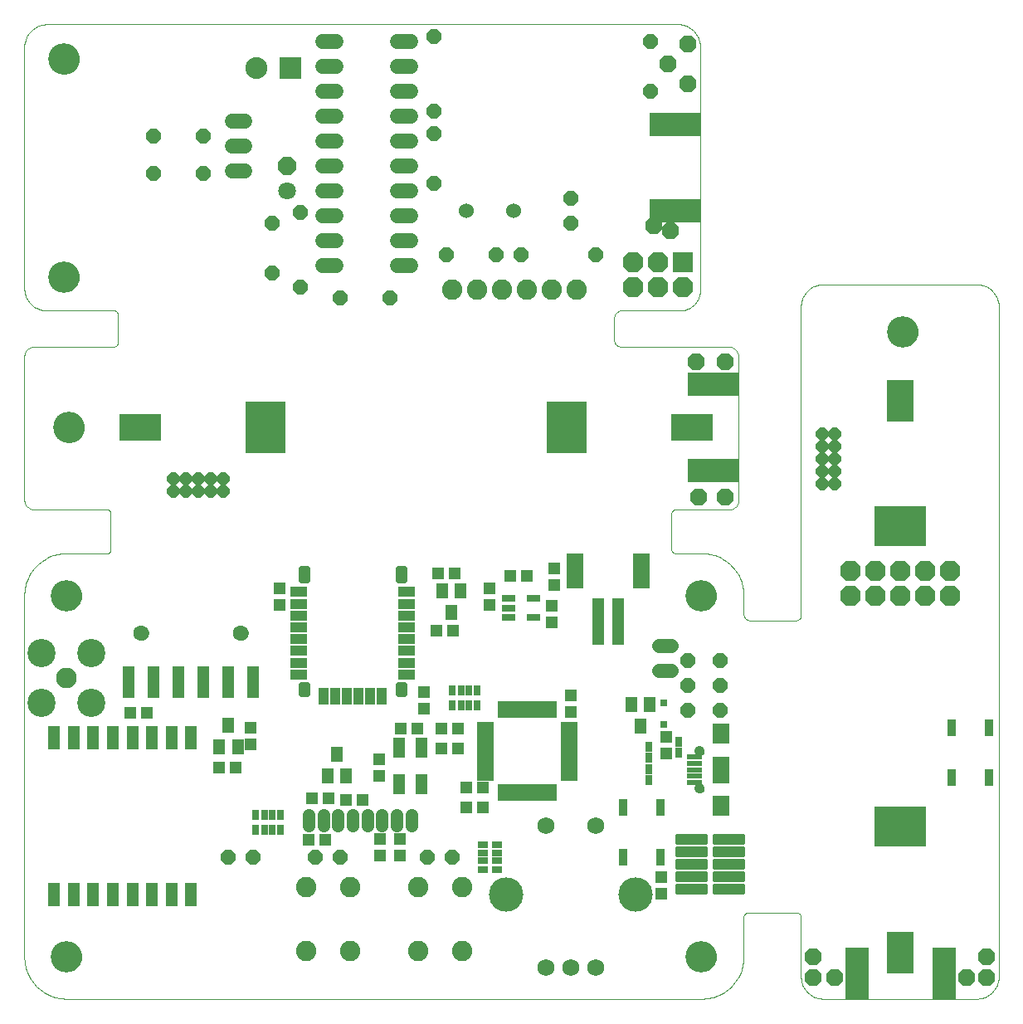
<source format=gbs>
G75*
%MOIN*%
%OFA0B0*%
%FSLAX24Y24*%
%IPPOS*%
%LPD*%
%AMOC8*
5,1,8,0,0,1.08239X$1,22.5*
%
%ADD10C,0.0000*%
%ADD11C,0.1261*%
%ADD12R,0.0500X0.0940*%
%ADD13R,0.0671X0.0198*%
%ADD14R,0.0198X0.0671*%
%ADD15C,0.0680*%
%ADD16C,0.1380*%
%ADD17R,0.0631X0.0237*%
%ADD18C,0.0415*%
%ADD19R,0.0669X0.0787*%
%ADD20R,0.0669X0.1063*%
%ADD21R,0.0474X0.1891*%
%ADD22R,0.0710X0.1419*%
%ADD23C,0.0830*%
%ADD24C,0.1130*%
%ADD25C,0.0516*%
%ADD26C,0.0580*%
%ADD27C,0.0820*%
%ADD28OC8,0.0600*%
%ADD29R,0.0552X0.0297*%
%ADD30R,0.0474X0.0631*%
%ADD31OC8,0.0595*%
%ADD32R,0.0395X0.0671*%
%ADD33R,0.0671X0.0395*%
%ADD34C,0.0242*%
%ADD35C,0.0128*%
%ADD36R,0.0513X0.0474*%
%ADD37R,0.0474X0.0513*%
%ADD38R,0.0474X0.1261*%
%ADD39C,0.0631*%
%ADD40R,0.0380X0.0680*%
%ADD41R,0.0513X0.0828*%
%ADD42R,0.0316X0.0316*%
%ADD43R,0.0316X0.0395*%
%ADD44R,0.0277X0.0395*%
%ADD45R,0.0395X0.0316*%
%ADD46R,0.0395X0.0277*%
%ADD47R,0.0980X0.2080*%
%ADD48OC8,0.0516*%
%ADD49R,0.1104X0.1655*%
%ADD50R,0.2080X0.1639*%
%ADD51OC8,0.0820*%
%ADD52R,0.2080X0.0980*%
%ADD53R,0.1655X0.1104*%
%ADD54R,0.1639X0.2080*%
%ADD55C,0.0600*%
%ADD56R,0.0820X0.0820*%
%ADD57R,0.0880X0.0880*%
%ADD58C,0.0880*%
%ADD59C,0.0600*%
%ADD60OC8,0.0710*%
%ADD61C,0.0710*%
%ADD62OC8,0.0671*%
D10*
X003080Y003851D02*
X028580Y003851D01*
X027989Y005551D02*
X027991Y005599D01*
X027997Y005647D01*
X028007Y005694D01*
X028020Y005740D01*
X028038Y005785D01*
X028058Y005829D01*
X028083Y005871D01*
X028111Y005910D01*
X028141Y005947D01*
X028175Y005981D01*
X028212Y006013D01*
X028250Y006042D01*
X028291Y006067D01*
X028334Y006089D01*
X028379Y006107D01*
X028425Y006121D01*
X028472Y006132D01*
X028520Y006139D01*
X028568Y006142D01*
X028616Y006141D01*
X028664Y006136D01*
X028712Y006127D01*
X028758Y006115D01*
X028803Y006098D01*
X028847Y006078D01*
X028889Y006055D01*
X028929Y006028D01*
X028967Y005998D01*
X029002Y005965D01*
X029034Y005929D01*
X029064Y005891D01*
X029090Y005850D01*
X029112Y005807D01*
X029132Y005763D01*
X029147Y005718D01*
X029159Y005671D01*
X029167Y005623D01*
X029171Y005575D01*
X029171Y005527D01*
X029167Y005479D01*
X029159Y005431D01*
X029147Y005384D01*
X029132Y005339D01*
X029112Y005295D01*
X029090Y005252D01*
X029064Y005211D01*
X029034Y005173D01*
X029002Y005137D01*
X028967Y005104D01*
X028929Y005074D01*
X028889Y005047D01*
X028847Y005024D01*
X028803Y005004D01*
X028758Y004987D01*
X028712Y004975D01*
X028664Y004966D01*
X028616Y004961D01*
X028568Y004960D01*
X028520Y004963D01*
X028472Y004970D01*
X028425Y004981D01*
X028379Y004995D01*
X028334Y005013D01*
X028291Y005035D01*
X028250Y005060D01*
X028212Y005089D01*
X028175Y005121D01*
X028141Y005155D01*
X028111Y005192D01*
X028083Y005231D01*
X028058Y005273D01*
X028038Y005317D01*
X028020Y005362D01*
X028007Y005408D01*
X027997Y005455D01*
X027991Y005503D01*
X027989Y005551D01*
X028580Y003851D02*
X028661Y003853D01*
X028742Y003859D01*
X028822Y003868D01*
X028902Y003882D01*
X028981Y003899D01*
X029059Y003920D01*
X029136Y003944D01*
X029212Y003973D01*
X029286Y004005D01*
X029359Y004040D01*
X029430Y004079D01*
X029499Y004121D01*
X029566Y004166D01*
X029631Y004215D01*
X029693Y004266D01*
X029753Y004321D01*
X029810Y004378D01*
X029865Y004438D01*
X029916Y004500D01*
X029965Y004565D01*
X030010Y004632D01*
X030052Y004701D01*
X030091Y004772D01*
X030126Y004845D01*
X030158Y004919D01*
X030187Y004995D01*
X030211Y005072D01*
X030232Y005150D01*
X030249Y005229D01*
X030263Y005309D01*
X030272Y005389D01*
X030278Y005470D01*
X030280Y005551D01*
X030280Y007151D01*
X030282Y007174D01*
X030287Y007197D01*
X030296Y007219D01*
X030309Y007239D01*
X030324Y007257D01*
X030342Y007272D01*
X030362Y007285D01*
X030384Y007294D01*
X030407Y007299D01*
X030430Y007301D01*
X032430Y007301D01*
X032453Y007299D01*
X032476Y007294D01*
X032498Y007285D01*
X032518Y007272D01*
X032536Y007257D01*
X032551Y007239D01*
X032564Y007219D01*
X032573Y007197D01*
X032578Y007174D01*
X032580Y007151D01*
X032580Y004751D01*
X032582Y004692D01*
X032588Y004634D01*
X032597Y004575D01*
X032611Y004518D01*
X032628Y004462D01*
X032649Y004407D01*
X032673Y004353D01*
X032701Y004301D01*
X032732Y004251D01*
X032766Y004203D01*
X032803Y004158D01*
X032844Y004115D01*
X032887Y004074D01*
X032932Y004037D01*
X032980Y004003D01*
X033030Y003972D01*
X033082Y003944D01*
X033136Y003920D01*
X033191Y003899D01*
X033247Y003882D01*
X033304Y003868D01*
X033363Y003859D01*
X033421Y003853D01*
X033480Y003851D01*
X039630Y003851D01*
X038780Y003851D02*
X034380Y003851D01*
X039630Y003851D02*
X039689Y003853D01*
X039747Y003859D01*
X039806Y003868D01*
X039863Y003882D01*
X039919Y003899D01*
X039974Y003920D01*
X040028Y003944D01*
X040080Y003972D01*
X040130Y004003D01*
X040178Y004037D01*
X040223Y004074D01*
X040266Y004115D01*
X040307Y004158D01*
X040344Y004203D01*
X040378Y004251D01*
X040409Y004301D01*
X040437Y004353D01*
X040461Y004407D01*
X040482Y004462D01*
X040499Y004518D01*
X040513Y004575D01*
X040522Y004634D01*
X040528Y004692D01*
X040530Y004751D01*
X040530Y031651D01*
X040528Y031710D01*
X040522Y031768D01*
X040513Y031827D01*
X040499Y031884D01*
X040482Y031940D01*
X040461Y031995D01*
X040437Y032049D01*
X040409Y032101D01*
X040378Y032151D01*
X040344Y032199D01*
X040307Y032244D01*
X040266Y032287D01*
X040223Y032328D01*
X040178Y032365D01*
X040130Y032399D01*
X040080Y032430D01*
X040028Y032458D01*
X039974Y032482D01*
X039919Y032503D01*
X039863Y032520D01*
X039806Y032534D01*
X039747Y032543D01*
X039689Y032549D01*
X039630Y032551D01*
X033480Y032551D01*
X033421Y032549D01*
X033363Y032543D01*
X033304Y032534D01*
X033247Y032520D01*
X033191Y032503D01*
X033136Y032482D01*
X033082Y032458D01*
X033030Y032430D01*
X032980Y032399D01*
X032932Y032365D01*
X032887Y032328D01*
X032844Y032287D01*
X032803Y032244D01*
X032766Y032199D01*
X032732Y032151D01*
X032701Y032101D01*
X032673Y032049D01*
X032649Y031995D01*
X032628Y031940D01*
X032611Y031884D01*
X032597Y031827D01*
X032588Y031768D01*
X032582Y031710D01*
X032580Y031651D01*
X032580Y019251D01*
X032578Y019225D01*
X032573Y019199D01*
X032565Y019174D01*
X032553Y019151D01*
X032539Y019129D01*
X032521Y019110D01*
X032502Y019092D01*
X032480Y019078D01*
X032457Y019066D01*
X032432Y019058D01*
X032406Y019053D01*
X032380Y019051D01*
X030530Y019051D01*
X030500Y019053D01*
X030470Y019058D01*
X030441Y019067D01*
X030414Y019080D01*
X030388Y019095D01*
X030364Y019114D01*
X030343Y019135D01*
X030324Y019159D01*
X030309Y019185D01*
X030296Y019212D01*
X030287Y019241D01*
X030282Y019271D01*
X030280Y019301D01*
X030280Y020051D01*
X027989Y020051D02*
X027991Y020099D01*
X027997Y020147D01*
X028007Y020194D01*
X028020Y020240D01*
X028038Y020285D01*
X028058Y020329D01*
X028083Y020371D01*
X028111Y020410D01*
X028141Y020447D01*
X028175Y020481D01*
X028212Y020513D01*
X028250Y020542D01*
X028291Y020567D01*
X028334Y020589D01*
X028379Y020607D01*
X028425Y020621D01*
X028472Y020632D01*
X028520Y020639D01*
X028568Y020642D01*
X028616Y020641D01*
X028664Y020636D01*
X028712Y020627D01*
X028758Y020615D01*
X028803Y020598D01*
X028847Y020578D01*
X028889Y020555D01*
X028929Y020528D01*
X028967Y020498D01*
X029002Y020465D01*
X029034Y020429D01*
X029064Y020391D01*
X029090Y020350D01*
X029112Y020307D01*
X029132Y020263D01*
X029147Y020218D01*
X029159Y020171D01*
X029167Y020123D01*
X029171Y020075D01*
X029171Y020027D01*
X029167Y019979D01*
X029159Y019931D01*
X029147Y019884D01*
X029132Y019839D01*
X029112Y019795D01*
X029090Y019752D01*
X029064Y019711D01*
X029034Y019673D01*
X029002Y019637D01*
X028967Y019604D01*
X028929Y019574D01*
X028889Y019547D01*
X028847Y019524D01*
X028803Y019504D01*
X028758Y019487D01*
X028712Y019475D01*
X028664Y019466D01*
X028616Y019461D01*
X028568Y019460D01*
X028520Y019463D01*
X028472Y019470D01*
X028425Y019481D01*
X028379Y019495D01*
X028334Y019513D01*
X028291Y019535D01*
X028250Y019560D01*
X028212Y019589D01*
X028175Y019621D01*
X028141Y019655D01*
X028111Y019692D01*
X028083Y019731D01*
X028058Y019773D01*
X028038Y019817D01*
X028020Y019862D01*
X028007Y019908D01*
X027997Y019955D01*
X027991Y020003D01*
X027989Y020051D01*
X028580Y021751D02*
X028661Y021749D01*
X028742Y021743D01*
X028822Y021734D01*
X028902Y021720D01*
X028981Y021703D01*
X029059Y021682D01*
X029136Y021658D01*
X029212Y021629D01*
X029286Y021597D01*
X029359Y021562D01*
X029430Y021523D01*
X029499Y021481D01*
X029566Y021436D01*
X029631Y021387D01*
X029693Y021336D01*
X029753Y021281D01*
X029810Y021224D01*
X029865Y021164D01*
X029916Y021102D01*
X029965Y021037D01*
X030010Y020970D01*
X030052Y020901D01*
X030091Y020830D01*
X030126Y020757D01*
X030158Y020683D01*
X030187Y020607D01*
X030211Y020530D01*
X030232Y020452D01*
X030249Y020373D01*
X030263Y020293D01*
X030272Y020213D01*
X030278Y020132D01*
X030280Y020051D01*
X028580Y021751D02*
X027530Y021751D01*
X027507Y021753D01*
X027484Y021758D01*
X027462Y021767D01*
X027442Y021780D01*
X027424Y021795D01*
X027409Y021813D01*
X027396Y021833D01*
X027387Y021855D01*
X027382Y021878D01*
X027380Y021901D01*
X027380Y023351D01*
X027382Y023374D01*
X027387Y023397D01*
X027396Y023419D01*
X027409Y023439D01*
X027424Y023457D01*
X027442Y023472D01*
X027462Y023485D01*
X027484Y023494D01*
X027507Y023499D01*
X027530Y023501D01*
X029680Y023501D01*
X029719Y023503D01*
X029758Y023509D01*
X029796Y023518D01*
X029833Y023531D01*
X029869Y023548D01*
X029902Y023568D01*
X029934Y023592D01*
X029963Y023618D01*
X029989Y023647D01*
X030013Y023679D01*
X030033Y023712D01*
X030050Y023748D01*
X030063Y023785D01*
X030072Y023823D01*
X030078Y023862D01*
X030080Y023901D01*
X030080Y029651D01*
X030074Y029692D01*
X030063Y029733D01*
X030049Y029772D01*
X030032Y029810D01*
X030011Y029846D01*
X029986Y029881D01*
X029959Y029912D01*
X029929Y029941D01*
X029896Y029967D01*
X029861Y029990D01*
X029824Y030010D01*
X029786Y030026D01*
X029746Y030039D01*
X029705Y030048D01*
X029664Y030053D01*
X029622Y030054D01*
X029580Y030051D01*
X025330Y030051D01*
X025300Y030053D01*
X025270Y030058D01*
X025241Y030067D01*
X025214Y030080D01*
X025188Y030095D01*
X025164Y030114D01*
X025143Y030135D01*
X025124Y030159D01*
X025109Y030185D01*
X025096Y030212D01*
X025087Y030241D01*
X025082Y030271D01*
X025080Y030301D01*
X025080Y031201D01*
X025082Y031235D01*
X025088Y031268D01*
X025097Y031300D01*
X025110Y031331D01*
X025126Y031361D01*
X025145Y031388D01*
X025168Y031413D01*
X025193Y031436D01*
X025220Y031455D01*
X025250Y031471D01*
X025281Y031484D01*
X025313Y031493D01*
X025346Y031499D01*
X025380Y031501D01*
X027630Y031501D01*
X027686Y031498D01*
X027743Y031499D01*
X027799Y031503D01*
X027855Y031512D01*
X027911Y031524D01*
X027965Y031540D01*
X028018Y031559D01*
X028069Y031582D01*
X028119Y031609D01*
X028167Y031639D01*
X028213Y031672D01*
X028256Y031708D01*
X028297Y031747D01*
X028335Y031789D01*
X028371Y031834D01*
X028403Y031880D01*
X028431Y031929D01*
X028457Y031979D01*
X028479Y032031D01*
X028497Y032085D01*
X028512Y032139D01*
X028523Y032195D01*
X028530Y032251D01*
X028530Y042101D01*
X028528Y042160D01*
X028522Y042218D01*
X028513Y042277D01*
X028499Y042334D01*
X028482Y042390D01*
X028461Y042445D01*
X028437Y042499D01*
X028409Y042551D01*
X028378Y042601D01*
X028344Y042649D01*
X028307Y042694D01*
X028266Y042737D01*
X028223Y042778D01*
X028178Y042815D01*
X028130Y042849D01*
X028080Y042880D01*
X028028Y042908D01*
X027974Y042932D01*
X027919Y042953D01*
X027863Y042970D01*
X027806Y042984D01*
X027747Y042993D01*
X027689Y042999D01*
X027630Y043001D01*
X002280Y043001D01*
X002222Y042997D01*
X002164Y042990D01*
X002107Y042980D01*
X002051Y042965D01*
X001995Y042948D01*
X001941Y042927D01*
X001889Y042902D01*
X001838Y042874D01*
X001788Y042843D01*
X001741Y042809D01*
X001696Y042773D01*
X001654Y042733D01*
X001614Y042691D01*
X001577Y042646D01*
X001542Y042599D01*
X001511Y042550D01*
X001483Y042500D01*
X001458Y042447D01*
X001436Y042393D01*
X001418Y042338D01*
X001403Y042282D01*
X001392Y042225D01*
X001384Y042167D01*
X001381Y042109D01*
X001380Y042051D01*
X001380Y032401D01*
X001382Y032342D01*
X001388Y032284D01*
X001397Y032225D01*
X001411Y032168D01*
X001428Y032112D01*
X001449Y032057D01*
X001473Y032003D01*
X001501Y031951D01*
X001532Y031901D01*
X001566Y031853D01*
X001603Y031808D01*
X001644Y031765D01*
X001687Y031724D01*
X001732Y031687D01*
X001780Y031653D01*
X001830Y031622D01*
X001882Y031594D01*
X001936Y031570D01*
X001991Y031549D01*
X002047Y031532D01*
X002104Y031518D01*
X002163Y031509D01*
X002221Y031503D01*
X002280Y031501D01*
X004980Y031501D01*
X005003Y031499D01*
X005026Y031494D01*
X005048Y031485D01*
X005068Y031472D01*
X005086Y031457D01*
X005101Y031439D01*
X005114Y031419D01*
X005123Y031397D01*
X005128Y031374D01*
X005130Y031351D01*
X005130Y030201D01*
X005128Y030178D01*
X005123Y030155D01*
X005114Y030133D01*
X005101Y030113D01*
X005086Y030095D01*
X005068Y030080D01*
X005048Y030067D01*
X005026Y030058D01*
X005003Y030053D01*
X004980Y030051D01*
X001780Y030051D01*
X001741Y030049D01*
X001702Y030043D01*
X001664Y030034D01*
X001627Y030021D01*
X001591Y030004D01*
X001558Y029984D01*
X001526Y029960D01*
X001497Y029934D01*
X001471Y029905D01*
X001447Y029873D01*
X001427Y029840D01*
X001410Y029804D01*
X001397Y029767D01*
X001388Y029729D01*
X001382Y029690D01*
X001380Y029651D01*
X001380Y023901D01*
X001382Y023862D01*
X001388Y023823D01*
X001397Y023785D01*
X001410Y023748D01*
X001427Y023712D01*
X001447Y023679D01*
X001471Y023647D01*
X001497Y023618D01*
X001526Y023592D01*
X001558Y023568D01*
X001591Y023548D01*
X001627Y023531D01*
X001664Y023518D01*
X001702Y023509D01*
X001741Y023503D01*
X001780Y023501D01*
X004730Y023501D01*
X004747Y023499D01*
X004764Y023495D01*
X004780Y023488D01*
X004794Y023478D01*
X004807Y023465D01*
X004817Y023451D01*
X004824Y023435D01*
X004828Y023418D01*
X004830Y023401D01*
X004830Y021851D01*
X004828Y021834D01*
X004824Y021817D01*
X004817Y021801D01*
X004807Y021787D01*
X004794Y021774D01*
X004780Y021764D01*
X004764Y021757D01*
X004747Y021753D01*
X004730Y021751D01*
X003080Y021751D01*
X002489Y020051D02*
X002491Y020099D01*
X002497Y020147D01*
X002507Y020194D01*
X002520Y020240D01*
X002538Y020285D01*
X002558Y020329D01*
X002583Y020371D01*
X002611Y020410D01*
X002641Y020447D01*
X002675Y020481D01*
X002712Y020513D01*
X002750Y020542D01*
X002791Y020567D01*
X002834Y020589D01*
X002879Y020607D01*
X002925Y020621D01*
X002972Y020632D01*
X003020Y020639D01*
X003068Y020642D01*
X003116Y020641D01*
X003164Y020636D01*
X003212Y020627D01*
X003258Y020615D01*
X003303Y020598D01*
X003347Y020578D01*
X003389Y020555D01*
X003429Y020528D01*
X003467Y020498D01*
X003502Y020465D01*
X003534Y020429D01*
X003564Y020391D01*
X003590Y020350D01*
X003612Y020307D01*
X003632Y020263D01*
X003647Y020218D01*
X003659Y020171D01*
X003667Y020123D01*
X003671Y020075D01*
X003671Y020027D01*
X003667Y019979D01*
X003659Y019931D01*
X003647Y019884D01*
X003632Y019839D01*
X003612Y019795D01*
X003590Y019752D01*
X003564Y019711D01*
X003534Y019673D01*
X003502Y019637D01*
X003467Y019604D01*
X003429Y019574D01*
X003389Y019547D01*
X003347Y019524D01*
X003303Y019504D01*
X003258Y019487D01*
X003212Y019475D01*
X003164Y019466D01*
X003116Y019461D01*
X003068Y019460D01*
X003020Y019463D01*
X002972Y019470D01*
X002925Y019481D01*
X002879Y019495D01*
X002834Y019513D01*
X002791Y019535D01*
X002750Y019560D01*
X002712Y019589D01*
X002675Y019621D01*
X002641Y019655D01*
X002611Y019692D01*
X002583Y019731D01*
X002558Y019773D01*
X002538Y019817D01*
X002520Y019862D01*
X002507Y019908D01*
X002497Y019955D01*
X002491Y020003D01*
X002489Y020051D01*
X001380Y020051D02*
X001382Y020132D01*
X001388Y020213D01*
X001397Y020293D01*
X001411Y020373D01*
X001428Y020452D01*
X001449Y020530D01*
X001473Y020607D01*
X001502Y020683D01*
X001534Y020757D01*
X001569Y020830D01*
X001608Y020901D01*
X001650Y020970D01*
X001695Y021037D01*
X001744Y021102D01*
X001795Y021164D01*
X001850Y021224D01*
X001907Y021281D01*
X001967Y021336D01*
X002029Y021387D01*
X002094Y021436D01*
X002161Y021481D01*
X002230Y021523D01*
X002301Y021562D01*
X002374Y021597D01*
X002448Y021629D01*
X002524Y021658D01*
X002601Y021682D01*
X002679Y021703D01*
X002758Y021720D01*
X002838Y021734D01*
X002918Y021743D01*
X002999Y021749D01*
X003080Y021751D01*
X001380Y020051D02*
X001380Y005551D01*
X002489Y005551D02*
X002491Y005599D01*
X002497Y005647D01*
X002507Y005694D01*
X002520Y005740D01*
X002538Y005785D01*
X002558Y005829D01*
X002583Y005871D01*
X002611Y005910D01*
X002641Y005947D01*
X002675Y005981D01*
X002712Y006013D01*
X002750Y006042D01*
X002791Y006067D01*
X002834Y006089D01*
X002879Y006107D01*
X002925Y006121D01*
X002972Y006132D01*
X003020Y006139D01*
X003068Y006142D01*
X003116Y006141D01*
X003164Y006136D01*
X003212Y006127D01*
X003258Y006115D01*
X003303Y006098D01*
X003347Y006078D01*
X003389Y006055D01*
X003429Y006028D01*
X003467Y005998D01*
X003502Y005965D01*
X003534Y005929D01*
X003564Y005891D01*
X003590Y005850D01*
X003612Y005807D01*
X003632Y005763D01*
X003647Y005718D01*
X003659Y005671D01*
X003667Y005623D01*
X003671Y005575D01*
X003671Y005527D01*
X003667Y005479D01*
X003659Y005431D01*
X003647Y005384D01*
X003632Y005339D01*
X003612Y005295D01*
X003590Y005252D01*
X003564Y005211D01*
X003534Y005173D01*
X003502Y005137D01*
X003467Y005104D01*
X003429Y005074D01*
X003389Y005047D01*
X003347Y005024D01*
X003303Y005004D01*
X003258Y004987D01*
X003212Y004975D01*
X003164Y004966D01*
X003116Y004961D01*
X003068Y004960D01*
X003020Y004963D01*
X002972Y004970D01*
X002925Y004981D01*
X002879Y004995D01*
X002834Y005013D01*
X002791Y005035D01*
X002750Y005060D01*
X002712Y005089D01*
X002675Y005121D01*
X002641Y005155D01*
X002611Y005192D01*
X002583Y005231D01*
X002558Y005273D01*
X002538Y005317D01*
X002520Y005362D01*
X002507Y005408D01*
X002497Y005455D01*
X002491Y005503D01*
X002489Y005551D01*
X001380Y005551D02*
X001382Y005470D01*
X001388Y005389D01*
X001397Y005309D01*
X001411Y005229D01*
X001428Y005150D01*
X001449Y005072D01*
X001473Y004995D01*
X001502Y004919D01*
X001534Y004845D01*
X001569Y004772D01*
X001608Y004701D01*
X001650Y004632D01*
X001695Y004565D01*
X001744Y004500D01*
X001795Y004438D01*
X001850Y004378D01*
X001907Y004321D01*
X001967Y004266D01*
X002029Y004215D01*
X002094Y004166D01*
X002161Y004121D01*
X002230Y004079D01*
X002301Y004040D01*
X002374Y004005D01*
X002448Y003973D01*
X002524Y003944D01*
X002601Y003920D01*
X002679Y003899D01*
X002758Y003882D01*
X002838Y003868D01*
X002918Y003859D01*
X002999Y003853D01*
X003080Y003851D01*
X005804Y018551D02*
X005806Y018584D01*
X005812Y018616D01*
X005821Y018647D01*
X005834Y018677D01*
X005851Y018705D01*
X005871Y018731D01*
X005894Y018755D01*
X005919Y018775D01*
X005947Y018793D01*
X005976Y018807D01*
X006007Y018817D01*
X006039Y018824D01*
X006072Y018827D01*
X006105Y018826D01*
X006137Y018821D01*
X006168Y018812D01*
X006199Y018800D01*
X006227Y018784D01*
X006254Y018765D01*
X006278Y018743D01*
X006299Y018718D01*
X006318Y018691D01*
X006333Y018662D01*
X006344Y018632D01*
X006352Y018600D01*
X006356Y018567D01*
X006356Y018535D01*
X006352Y018502D01*
X006344Y018470D01*
X006333Y018440D01*
X006318Y018411D01*
X006299Y018384D01*
X006278Y018359D01*
X006254Y018337D01*
X006227Y018318D01*
X006199Y018302D01*
X006168Y018290D01*
X006137Y018281D01*
X006105Y018276D01*
X006072Y018275D01*
X006039Y018278D01*
X006007Y018285D01*
X005976Y018295D01*
X005947Y018309D01*
X005919Y018327D01*
X005894Y018347D01*
X005871Y018371D01*
X005851Y018397D01*
X005834Y018425D01*
X005821Y018455D01*
X005812Y018486D01*
X005806Y018518D01*
X005804Y018551D01*
X009804Y018551D02*
X009806Y018584D01*
X009812Y018616D01*
X009821Y018647D01*
X009834Y018677D01*
X009851Y018705D01*
X009871Y018731D01*
X009894Y018755D01*
X009919Y018775D01*
X009947Y018793D01*
X009976Y018807D01*
X010007Y018817D01*
X010039Y018824D01*
X010072Y018827D01*
X010105Y018826D01*
X010137Y018821D01*
X010168Y018812D01*
X010199Y018800D01*
X010227Y018784D01*
X010254Y018765D01*
X010278Y018743D01*
X010299Y018718D01*
X010318Y018691D01*
X010333Y018662D01*
X010344Y018632D01*
X010352Y018600D01*
X010356Y018567D01*
X010356Y018535D01*
X010352Y018502D01*
X010344Y018470D01*
X010333Y018440D01*
X010318Y018411D01*
X010299Y018384D01*
X010278Y018359D01*
X010254Y018337D01*
X010227Y018318D01*
X010199Y018302D01*
X010168Y018290D01*
X010137Y018281D01*
X010105Y018276D01*
X010072Y018275D01*
X010039Y018278D01*
X010007Y018285D01*
X009976Y018295D01*
X009947Y018309D01*
X009919Y018327D01*
X009894Y018347D01*
X009871Y018371D01*
X009851Y018397D01*
X009834Y018425D01*
X009821Y018455D01*
X009812Y018486D01*
X009806Y018518D01*
X009804Y018551D01*
X002589Y026801D02*
X002591Y026849D01*
X002597Y026897D01*
X002607Y026944D01*
X002620Y026990D01*
X002638Y027035D01*
X002658Y027079D01*
X002683Y027121D01*
X002711Y027160D01*
X002741Y027197D01*
X002775Y027231D01*
X002812Y027263D01*
X002850Y027292D01*
X002891Y027317D01*
X002934Y027339D01*
X002979Y027357D01*
X003025Y027371D01*
X003072Y027382D01*
X003120Y027389D01*
X003168Y027392D01*
X003216Y027391D01*
X003264Y027386D01*
X003312Y027377D01*
X003358Y027365D01*
X003403Y027348D01*
X003447Y027328D01*
X003489Y027305D01*
X003529Y027278D01*
X003567Y027248D01*
X003602Y027215D01*
X003634Y027179D01*
X003664Y027141D01*
X003690Y027100D01*
X003712Y027057D01*
X003732Y027013D01*
X003747Y026968D01*
X003759Y026921D01*
X003767Y026873D01*
X003771Y026825D01*
X003771Y026777D01*
X003767Y026729D01*
X003759Y026681D01*
X003747Y026634D01*
X003732Y026589D01*
X003712Y026545D01*
X003690Y026502D01*
X003664Y026461D01*
X003634Y026423D01*
X003602Y026387D01*
X003567Y026354D01*
X003529Y026324D01*
X003489Y026297D01*
X003447Y026274D01*
X003403Y026254D01*
X003358Y026237D01*
X003312Y026225D01*
X003264Y026216D01*
X003216Y026211D01*
X003168Y026210D01*
X003120Y026213D01*
X003072Y026220D01*
X003025Y026231D01*
X002979Y026245D01*
X002934Y026263D01*
X002891Y026285D01*
X002850Y026310D01*
X002812Y026339D01*
X002775Y026371D01*
X002741Y026405D01*
X002711Y026442D01*
X002683Y026481D01*
X002658Y026523D01*
X002638Y026567D01*
X002620Y026612D01*
X002607Y026658D01*
X002597Y026705D01*
X002591Y026753D01*
X002589Y026801D01*
X002389Y032851D02*
X002391Y032899D01*
X002397Y032947D01*
X002407Y032994D01*
X002420Y033040D01*
X002438Y033085D01*
X002458Y033129D01*
X002483Y033171D01*
X002511Y033210D01*
X002541Y033247D01*
X002575Y033281D01*
X002612Y033313D01*
X002650Y033342D01*
X002691Y033367D01*
X002734Y033389D01*
X002779Y033407D01*
X002825Y033421D01*
X002872Y033432D01*
X002920Y033439D01*
X002968Y033442D01*
X003016Y033441D01*
X003064Y033436D01*
X003112Y033427D01*
X003158Y033415D01*
X003203Y033398D01*
X003247Y033378D01*
X003289Y033355D01*
X003329Y033328D01*
X003367Y033298D01*
X003402Y033265D01*
X003434Y033229D01*
X003464Y033191D01*
X003490Y033150D01*
X003512Y033107D01*
X003532Y033063D01*
X003547Y033018D01*
X003559Y032971D01*
X003567Y032923D01*
X003571Y032875D01*
X003571Y032827D01*
X003567Y032779D01*
X003559Y032731D01*
X003547Y032684D01*
X003532Y032639D01*
X003512Y032595D01*
X003490Y032552D01*
X003464Y032511D01*
X003434Y032473D01*
X003402Y032437D01*
X003367Y032404D01*
X003329Y032374D01*
X003289Y032347D01*
X003247Y032324D01*
X003203Y032304D01*
X003158Y032287D01*
X003112Y032275D01*
X003064Y032266D01*
X003016Y032261D01*
X002968Y032260D01*
X002920Y032263D01*
X002872Y032270D01*
X002825Y032281D01*
X002779Y032295D01*
X002734Y032313D01*
X002691Y032335D01*
X002650Y032360D01*
X002612Y032389D01*
X002575Y032421D01*
X002541Y032455D01*
X002511Y032492D01*
X002483Y032531D01*
X002458Y032573D01*
X002438Y032617D01*
X002420Y032662D01*
X002407Y032708D01*
X002397Y032755D01*
X002391Y032803D01*
X002389Y032851D01*
X002389Y041601D02*
X002391Y041649D01*
X002397Y041697D01*
X002407Y041744D01*
X002420Y041790D01*
X002438Y041835D01*
X002458Y041879D01*
X002483Y041921D01*
X002511Y041960D01*
X002541Y041997D01*
X002575Y042031D01*
X002612Y042063D01*
X002650Y042092D01*
X002691Y042117D01*
X002734Y042139D01*
X002779Y042157D01*
X002825Y042171D01*
X002872Y042182D01*
X002920Y042189D01*
X002968Y042192D01*
X003016Y042191D01*
X003064Y042186D01*
X003112Y042177D01*
X003158Y042165D01*
X003203Y042148D01*
X003247Y042128D01*
X003289Y042105D01*
X003329Y042078D01*
X003367Y042048D01*
X003402Y042015D01*
X003434Y041979D01*
X003464Y041941D01*
X003490Y041900D01*
X003512Y041857D01*
X003532Y041813D01*
X003547Y041768D01*
X003559Y041721D01*
X003567Y041673D01*
X003571Y041625D01*
X003571Y041577D01*
X003567Y041529D01*
X003559Y041481D01*
X003547Y041434D01*
X003532Y041389D01*
X003512Y041345D01*
X003490Y041302D01*
X003464Y041261D01*
X003434Y041223D01*
X003402Y041187D01*
X003367Y041154D01*
X003329Y041124D01*
X003289Y041097D01*
X003247Y041074D01*
X003203Y041054D01*
X003158Y041037D01*
X003112Y041025D01*
X003064Y041016D01*
X003016Y041011D01*
X002968Y041010D01*
X002920Y041013D01*
X002872Y041020D01*
X002825Y041031D01*
X002779Y041045D01*
X002734Y041063D01*
X002691Y041085D01*
X002650Y041110D01*
X002612Y041139D01*
X002575Y041171D01*
X002541Y041205D01*
X002511Y041242D01*
X002483Y041281D01*
X002458Y041323D01*
X002438Y041367D01*
X002420Y041412D01*
X002407Y041458D01*
X002397Y041505D01*
X002391Y041553D01*
X002389Y041601D01*
X028530Y039451D02*
X028530Y035051D01*
X030080Y029001D02*
X030080Y024601D01*
X036089Y030651D02*
X036091Y030699D01*
X036097Y030747D01*
X036107Y030794D01*
X036120Y030840D01*
X036138Y030885D01*
X036158Y030929D01*
X036183Y030971D01*
X036211Y031010D01*
X036241Y031047D01*
X036275Y031081D01*
X036312Y031113D01*
X036350Y031142D01*
X036391Y031167D01*
X036434Y031189D01*
X036479Y031207D01*
X036525Y031221D01*
X036572Y031232D01*
X036620Y031239D01*
X036668Y031242D01*
X036716Y031241D01*
X036764Y031236D01*
X036812Y031227D01*
X036858Y031215D01*
X036903Y031198D01*
X036947Y031178D01*
X036989Y031155D01*
X037029Y031128D01*
X037067Y031098D01*
X037102Y031065D01*
X037134Y031029D01*
X037164Y030991D01*
X037190Y030950D01*
X037212Y030907D01*
X037232Y030863D01*
X037247Y030818D01*
X037259Y030771D01*
X037267Y030723D01*
X037271Y030675D01*
X037271Y030627D01*
X037267Y030579D01*
X037259Y030531D01*
X037247Y030484D01*
X037232Y030439D01*
X037212Y030395D01*
X037190Y030352D01*
X037164Y030311D01*
X037134Y030273D01*
X037102Y030237D01*
X037067Y030204D01*
X037029Y030174D01*
X036989Y030147D01*
X036947Y030124D01*
X036903Y030104D01*
X036858Y030087D01*
X036812Y030075D01*
X036764Y030066D01*
X036716Y030061D01*
X036668Y030060D01*
X036620Y030063D01*
X036572Y030070D01*
X036525Y030081D01*
X036479Y030095D01*
X036434Y030113D01*
X036391Y030135D01*
X036350Y030160D01*
X036312Y030189D01*
X036275Y030221D01*
X036241Y030255D01*
X036211Y030292D01*
X036183Y030331D01*
X036158Y030373D01*
X036138Y030417D01*
X036120Y030462D01*
X036107Y030508D01*
X036097Y030555D01*
X036091Y030603D01*
X036089Y030651D01*
X028347Y013799D02*
X028349Y013824D01*
X028355Y013849D01*
X028364Y013873D01*
X028377Y013895D01*
X028394Y013915D01*
X028413Y013932D01*
X028434Y013946D01*
X028458Y013956D01*
X028482Y013963D01*
X028508Y013966D01*
X028533Y013965D01*
X028558Y013960D01*
X028582Y013951D01*
X028605Y013939D01*
X028625Y013924D01*
X028643Y013905D01*
X028658Y013884D01*
X028669Y013861D01*
X028677Y013837D01*
X028681Y013812D01*
X028681Y013786D01*
X028677Y013761D01*
X028669Y013737D01*
X028658Y013714D01*
X028643Y013693D01*
X028625Y013674D01*
X028605Y013659D01*
X028582Y013647D01*
X028558Y013638D01*
X028533Y013633D01*
X028508Y013632D01*
X028482Y013635D01*
X028458Y013642D01*
X028434Y013652D01*
X028413Y013666D01*
X028394Y013683D01*
X028377Y013703D01*
X028364Y013725D01*
X028355Y013749D01*
X028349Y013774D01*
X028347Y013799D01*
X028347Y012303D02*
X028349Y012328D01*
X028355Y012353D01*
X028364Y012377D01*
X028377Y012399D01*
X028394Y012419D01*
X028413Y012436D01*
X028434Y012450D01*
X028458Y012460D01*
X028482Y012467D01*
X028508Y012470D01*
X028533Y012469D01*
X028558Y012464D01*
X028582Y012455D01*
X028605Y012443D01*
X028625Y012428D01*
X028643Y012409D01*
X028658Y012388D01*
X028669Y012365D01*
X028677Y012341D01*
X028681Y012316D01*
X028681Y012290D01*
X028677Y012265D01*
X028669Y012241D01*
X028658Y012218D01*
X028643Y012197D01*
X028625Y012178D01*
X028605Y012163D01*
X028582Y012151D01*
X028558Y012142D01*
X028533Y012137D01*
X028508Y012136D01*
X028482Y012139D01*
X028458Y012146D01*
X028434Y012156D01*
X028413Y012170D01*
X028394Y012187D01*
X028377Y012207D01*
X028364Y012229D01*
X028355Y012253D01*
X028349Y012278D01*
X028347Y012303D01*
D11*
X028580Y005551D03*
X028580Y020051D03*
X036680Y030651D03*
X003180Y026801D03*
X002980Y032851D03*
X002980Y041601D03*
X003080Y020051D03*
X003080Y005551D03*
D12*
X003356Y008051D03*
X004143Y008051D03*
X004930Y008051D03*
X005718Y008051D03*
X006505Y008051D03*
X007293Y008051D03*
X008080Y008051D03*
X002568Y008051D03*
X002568Y014350D03*
X003356Y014350D03*
X004143Y014350D03*
X004930Y014350D03*
X005718Y014350D03*
X006505Y014350D03*
X007293Y014350D03*
X008080Y014350D03*
D13*
X019907Y014293D03*
X019907Y014490D03*
X019907Y014686D03*
X019907Y014883D03*
X019907Y014096D03*
X019907Y013899D03*
X019907Y013702D03*
X019907Y013505D03*
X019907Y013309D03*
X019907Y013112D03*
X019907Y012915D03*
X019907Y012718D03*
X023253Y012718D03*
X023253Y012915D03*
X023253Y013112D03*
X023253Y013309D03*
X023253Y013505D03*
X023253Y013702D03*
X023253Y013899D03*
X023253Y014096D03*
X023253Y014293D03*
X023253Y014490D03*
X023253Y014686D03*
X023253Y014883D03*
D14*
X022663Y015474D03*
X022466Y015474D03*
X022269Y015474D03*
X022072Y015474D03*
X021875Y015474D03*
X021678Y015474D03*
X021482Y015474D03*
X021285Y015474D03*
X021088Y015474D03*
X020891Y015474D03*
X020694Y015474D03*
X020497Y015474D03*
X020497Y012127D03*
X020694Y012127D03*
X020891Y012127D03*
X021088Y012127D03*
X021285Y012127D03*
X021482Y012127D03*
X021678Y012127D03*
X021875Y012127D03*
X022072Y012127D03*
X022269Y012127D03*
X022466Y012127D03*
X022663Y012127D03*
D15*
X022330Y010801D03*
X024330Y010801D03*
X024330Y005101D03*
X023330Y005101D03*
X022330Y005101D03*
D16*
X020730Y008051D03*
X025930Y008051D03*
D17*
X028317Y012539D03*
X028317Y012795D03*
X028317Y013051D03*
X028317Y013307D03*
X028317Y013562D03*
D18*
X028514Y013799D03*
X028514Y012303D03*
D19*
X029380Y011600D03*
X029380Y014501D03*
D20*
X029380Y013051D03*
D21*
X025224Y018994D03*
X024436Y018994D03*
D22*
X023491Y021041D03*
X026169Y021041D03*
D23*
X003080Y016751D03*
D24*
X002076Y017755D03*
X004084Y017755D03*
X004084Y015747D03*
X002076Y015747D03*
D25*
X012797Y011229D02*
X012797Y010793D01*
X013387Y010793D02*
X013387Y011229D01*
X013978Y011229D02*
X013978Y010793D01*
X014568Y010793D02*
X014568Y011229D01*
X015159Y011229D02*
X015159Y010793D01*
X015749Y010793D02*
X015749Y011229D01*
X016340Y011229D02*
X016340Y010793D01*
X016930Y010793D02*
X016930Y011229D01*
D26*
X026877Y017051D02*
X027377Y017051D01*
X027377Y018035D02*
X026877Y018035D01*
D27*
X018970Y008331D03*
X017190Y008331D03*
X017190Y005771D03*
X018970Y005771D03*
X014470Y005771D03*
X012690Y005771D03*
X012690Y008331D03*
X014470Y008331D03*
X018580Y032351D03*
X019580Y032351D03*
X020580Y032351D03*
X021580Y032351D03*
X022580Y032351D03*
X023580Y032351D03*
D28*
X024330Y033751D03*
X023330Y035001D03*
X023330Y036001D03*
X021330Y033751D03*
X020330Y033751D03*
X018330Y033751D03*
X016080Y032001D03*
X014080Y032001D03*
X012480Y032451D03*
X011330Y033001D03*
X011330Y035001D03*
X012480Y035451D03*
X008580Y037001D03*
X008580Y038501D03*
X006580Y038501D03*
X006580Y037001D03*
X017830Y036601D03*
X017830Y038601D03*
X017830Y039501D03*
X017830Y042501D03*
X026530Y042301D03*
X026530Y040301D03*
X018580Y009551D03*
X017580Y009551D03*
X014080Y009551D03*
X013080Y009551D03*
X010580Y009551D03*
X009580Y009551D03*
D29*
X020818Y019177D03*
X020818Y019551D03*
X020818Y019925D03*
X021842Y019925D03*
X021842Y019177D03*
D30*
X018904Y020234D03*
X018156Y020234D03*
X018530Y019368D03*
X013930Y013684D03*
X013556Y012818D03*
X014304Y012818D03*
X009954Y013968D03*
X009206Y013968D03*
X009580Y014834D03*
X025756Y015684D03*
X026504Y015684D03*
X026130Y014818D03*
D31*
X028031Y015426D03*
X028031Y016426D03*
X028031Y017426D03*
X029330Y017426D03*
X029330Y016426D03*
X029330Y015426D03*
D32*
X015747Y015999D03*
X015275Y015999D03*
X014802Y015999D03*
X014330Y015999D03*
X013858Y015999D03*
X013385Y015999D03*
D33*
X012401Y016885D03*
X012401Y017357D03*
X012401Y017830D03*
X012401Y018302D03*
X012401Y018775D03*
X012401Y019247D03*
X012401Y019720D03*
X012401Y020192D03*
X016732Y020192D03*
X016732Y019720D03*
X016732Y019247D03*
X016732Y018775D03*
X016732Y018302D03*
X016732Y017830D03*
X016732Y017357D03*
X016732Y016885D03*
D34*
X016631Y016488D02*
X016399Y016488D01*
X016631Y016488D02*
X016631Y016100D01*
X016399Y016100D01*
X016399Y016488D01*
X016399Y016341D02*
X016631Y016341D01*
X012733Y016488D02*
X012501Y016488D01*
X012733Y016488D02*
X012733Y016100D01*
X012501Y016100D01*
X012501Y016488D01*
X012501Y016341D02*
X012733Y016341D01*
X012733Y021135D02*
X012501Y021135D01*
X012733Y021135D02*
X012733Y020667D01*
X012501Y020667D01*
X012501Y021135D01*
X012501Y020908D02*
X012733Y020908D01*
X016399Y021135D02*
X016631Y021135D01*
X016631Y020667D01*
X016399Y020667D01*
X016399Y021135D01*
X016399Y020908D02*
X016631Y020908D01*
D35*
X027604Y010095D02*
X028756Y010095D01*
X027604Y010095D02*
X027604Y010407D01*
X028756Y010407D01*
X028756Y010095D01*
X028756Y010222D02*
X027604Y010222D01*
X027604Y010349D02*
X028756Y010349D01*
X028756Y009595D02*
X027604Y009595D01*
X027604Y009907D01*
X028756Y009907D01*
X028756Y009595D01*
X028756Y009722D02*
X027604Y009722D01*
X027604Y009849D02*
X028756Y009849D01*
X028756Y009095D02*
X027604Y009095D01*
X027604Y009407D01*
X028756Y009407D01*
X028756Y009095D01*
X028756Y009222D02*
X027604Y009222D01*
X027604Y009349D02*
X028756Y009349D01*
X028756Y008595D02*
X027604Y008595D01*
X027604Y008907D01*
X028756Y008907D01*
X028756Y008595D01*
X028756Y008722D02*
X027604Y008722D01*
X027604Y008849D02*
X028756Y008849D01*
X028756Y008095D02*
X027604Y008095D01*
X027604Y008407D01*
X028756Y008407D01*
X028756Y008095D01*
X028756Y008222D02*
X027604Y008222D01*
X027604Y008349D02*
X028756Y008349D01*
X029104Y008095D02*
X030256Y008095D01*
X029104Y008095D02*
X029104Y008407D01*
X030256Y008407D01*
X030256Y008095D01*
X030256Y008222D02*
X029104Y008222D01*
X029104Y008349D02*
X030256Y008349D01*
X030256Y008595D02*
X029104Y008595D01*
X029104Y008907D01*
X030256Y008907D01*
X030256Y008595D01*
X030256Y008722D02*
X029104Y008722D01*
X029104Y008849D02*
X030256Y008849D01*
X030256Y009095D02*
X029104Y009095D01*
X029104Y009407D01*
X030256Y009407D01*
X030256Y009095D01*
X030256Y009222D02*
X029104Y009222D01*
X029104Y009349D02*
X030256Y009349D01*
X030256Y009595D02*
X029104Y009595D01*
X029104Y009907D01*
X030256Y009907D01*
X030256Y009595D01*
X030256Y009722D02*
X029104Y009722D01*
X029104Y009849D02*
X030256Y009849D01*
X030256Y010095D02*
X029104Y010095D01*
X029104Y010407D01*
X030256Y010407D01*
X030256Y010095D01*
X030256Y010222D02*
X029104Y010222D01*
X029104Y010349D02*
X030256Y010349D01*
D36*
X026980Y008735D03*
X026980Y008066D03*
X019815Y011551D03*
X019145Y011551D03*
X019145Y012351D03*
X019815Y012351D03*
X018815Y014701D03*
X018145Y014701D03*
X017165Y014701D03*
X016495Y014701D03*
X017430Y015516D03*
X017430Y016185D03*
X017945Y018651D03*
X018615Y018651D03*
X018665Y020951D03*
X017995Y020951D03*
X020895Y020851D03*
X021565Y020851D03*
X022680Y021135D03*
X022680Y020466D03*
X022580Y019635D03*
X022580Y018966D03*
X014965Y011851D03*
X014295Y011851D03*
X013615Y011901D03*
X012945Y011901D03*
X012795Y010251D03*
X013465Y010251D03*
X015680Y010285D03*
X015680Y009616D03*
X016480Y009616D03*
X016480Y010285D03*
X009865Y013151D03*
X009195Y013151D03*
X006315Y015351D03*
X005645Y015351D03*
D37*
X010480Y014735D03*
X010480Y014066D03*
X015630Y013485D03*
X015630Y012816D03*
X018145Y013901D03*
X018815Y013901D03*
X023330Y015366D03*
X023330Y016035D03*
X027180Y014385D03*
X027180Y013716D03*
X020080Y019666D03*
X020080Y020335D03*
X011630Y020335D03*
X011630Y019666D03*
D38*
X010580Y016582D03*
X009580Y016582D03*
X008580Y016582D03*
X007580Y016582D03*
X006580Y016582D03*
X005580Y016582D03*
D39*
X006080Y018551D03*
X010080Y018551D03*
D40*
X025430Y011551D03*
X026930Y011551D03*
X026930Y009551D03*
X025430Y009551D03*
X038630Y012751D03*
X040130Y012751D03*
X040130Y014751D03*
X038630Y014751D03*
D41*
X017333Y013929D03*
X016427Y013929D03*
X016427Y012472D03*
X017333Y012472D03*
D42*
X027080Y014868D03*
X027080Y015734D03*
D43*
X027680Y014167D03*
X027680Y013734D03*
X026480Y013534D03*
X026480Y013967D03*
X026480Y013067D03*
X026480Y012634D03*
X019582Y015655D03*
X019582Y016246D03*
X018578Y016246D03*
X018578Y015655D03*
X011682Y011246D03*
X011682Y010655D03*
X010678Y010655D03*
X010678Y011246D03*
D44*
X011023Y011246D03*
X011337Y011246D03*
X011337Y010655D03*
X011023Y010655D03*
X018923Y015655D03*
X019237Y015655D03*
X019237Y016246D03*
X018923Y016246D03*
D45*
X019785Y010053D03*
X020375Y010053D03*
X020375Y009049D03*
X019785Y009049D03*
D46*
X019785Y009393D03*
X019785Y009708D03*
X020375Y009708D03*
X020375Y009393D03*
D47*
X034840Y004861D03*
X038320Y004861D03*
D48*
X033930Y024551D03*
X033930Y025051D03*
X033930Y025551D03*
X033930Y026051D03*
X033430Y026051D03*
X033430Y025551D03*
X033430Y025051D03*
X033430Y024551D03*
X033430Y026551D03*
X033930Y026551D03*
X009380Y024751D03*
X008880Y024751D03*
X008380Y024751D03*
X007880Y024751D03*
X007880Y024251D03*
X008380Y024251D03*
X008880Y024251D03*
X009380Y024251D03*
X007380Y024251D03*
X007380Y024751D03*
D49*
X036580Y027889D03*
X036580Y005724D03*
D50*
X036580Y010763D03*
X036580Y022850D03*
D51*
X036580Y021051D03*
X037580Y021051D03*
X037580Y020051D03*
X036580Y020051D03*
X035580Y020051D03*
X035580Y021051D03*
X034580Y021051D03*
X034580Y020051D03*
X038580Y020051D03*
X038580Y021051D03*
X027830Y032451D03*
X026830Y032451D03*
X025830Y032451D03*
X025830Y033451D03*
X026830Y033451D03*
D52*
X027520Y035511D03*
X027520Y038991D03*
X029070Y028541D03*
X029070Y025061D03*
D53*
X028207Y026801D03*
X006041Y026801D03*
D54*
X011081Y026801D03*
X023167Y026801D03*
D55*
X016890Y033301D02*
X016370Y033301D01*
X016370Y034301D02*
X016890Y034301D01*
X016890Y035301D02*
X016370Y035301D01*
X016370Y036301D02*
X016890Y036301D01*
X016890Y037301D02*
X016370Y037301D01*
X016370Y038301D02*
X016890Y038301D01*
X016890Y039301D02*
X016370Y039301D01*
X016370Y040301D02*
X016890Y040301D01*
X016890Y041301D02*
X016370Y041301D01*
X016370Y042301D02*
X016890Y042301D01*
X013890Y042301D02*
X013370Y042301D01*
X013370Y041301D02*
X013890Y041301D01*
X013890Y040301D02*
X013370Y040301D01*
X013370Y039301D02*
X013890Y039301D01*
X013890Y038301D02*
X013370Y038301D01*
X013370Y037301D02*
X013890Y037301D01*
X013890Y036301D02*
X013370Y036301D01*
X013370Y035301D02*
X013890Y035301D01*
X013890Y034301D02*
X013370Y034301D01*
X013370Y033301D02*
X013890Y033301D01*
X010240Y037101D02*
X009720Y037101D01*
X009720Y038101D02*
X010240Y038101D01*
X010240Y039101D02*
X009720Y039101D01*
D56*
X027830Y033451D03*
D57*
X012080Y041251D03*
D58*
X010702Y041251D03*
D59*
X019130Y035501D03*
X021030Y035501D03*
D60*
X011930Y037301D03*
D61*
X011930Y036301D03*
D62*
X026680Y034901D03*
X027330Y034701D03*
X027330Y035551D03*
X028030Y040601D03*
X027230Y041401D03*
X028030Y042201D03*
X028380Y029451D03*
X029530Y029451D03*
X029530Y024001D03*
X028480Y024001D03*
X033080Y005551D03*
X033080Y004701D03*
X033930Y004701D03*
X039230Y004701D03*
X040030Y004701D03*
X040030Y005551D03*
M02*

</source>
